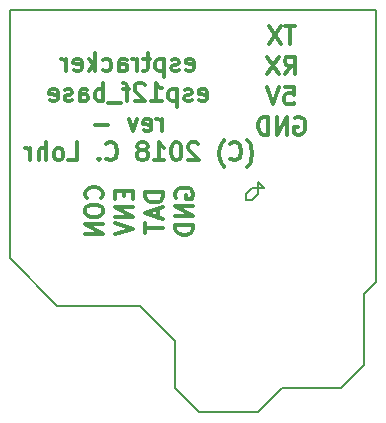
<source format=gbo>
G04 #@! TF.FileFunction,Legend,Bot*
%FSLAX46Y46*%
G04 Gerber Fmt 4.6, Leading zero omitted, Abs format (unit mm)*
G04 Created by KiCad (PCBNEW 4.0.7-e2-6376~58~ubuntu16.04.1) date Wed Apr 11 03:41:41 2018*
%MOMM*%
%LPD*%
G01*
G04 APERTURE LIST*
%ADD10C,0.100000*%
%ADD11C,0.300000*%
%ADD12C,0.150000*%
%ADD13C,0.200000*%
G04 APERTURE END LIST*
D10*
D11*
X97071428Y-47250000D02*
X97142856Y-47178571D01*
X97285713Y-46964286D01*
X97357142Y-46821429D01*
X97428571Y-46607143D01*
X97499999Y-46250000D01*
X97499999Y-45964286D01*
X97428571Y-45607143D01*
X97357142Y-45392857D01*
X97285713Y-45250000D01*
X97142856Y-45035714D01*
X97071428Y-44964286D01*
X95642856Y-46535714D02*
X95714285Y-46607143D01*
X95928571Y-46678571D01*
X96071428Y-46678571D01*
X96285713Y-46607143D01*
X96428571Y-46464286D01*
X96499999Y-46321429D01*
X96571428Y-46035714D01*
X96571428Y-45821429D01*
X96499999Y-45535714D01*
X96428571Y-45392857D01*
X96285713Y-45250000D01*
X96071428Y-45178571D01*
X95928571Y-45178571D01*
X95714285Y-45250000D01*
X95642856Y-45321429D01*
X95142856Y-47250000D02*
X95071428Y-47178571D01*
X94928571Y-46964286D01*
X94857142Y-46821429D01*
X94785713Y-46607143D01*
X94714285Y-46250000D01*
X94714285Y-45964286D01*
X94785713Y-45607143D01*
X94857142Y-45392857D01*
X94928571Y-45250000D01*
X95071428Y-45035714D01*
X95142856Y-44964286D01*
X92928571Y-45321429D02*
X92857142Y-45250000D01*
X92714285Y-45178571D01*
X92357142Y-45178571D01*
X92214285Y-45250000D01*
X92142856Y-45321429D01*
X92071428Y-45464286D01*
X92071428Y-45607143D01*
X92142856Y-45821429D01*
X92999999Y-46678571D01*
X92071428Y-46678571D01*
X91142857Y-45178571D02*
X91000000Y-45178571D01*
X90857143Y-45250000D01*
X90785714Y-45321429D01*
X90714285Y-45464286D01*
X90642857Y-45750000D01*
X90642857Y-46107143D01*
X90714285Y-46392857D01*
X90785714Y-46535714D01*
X90857143Y-46607143D01*
X91000000Y-46678571D01*
X91142857Y-46678571D01*
X91285714Y-46607143D01*
X91357143Y-46535714D01*
X91428571Y-46392857D01*
X91500000Y-46107143D01*
X91500000Y-45750000D01*
X91428571Y-45464286D01*
X91357143Y-45321429D01*
X91285714Y-45250000D01*
X91142857Y-45178571D01*
X89214286Y-46678571D02*
X90071429Y-46678571D01*
X89642857Y-46678571D02*
X89642857Y-45178571D01*
X89785714Y-45392857D01*
X89928572Y-45535714D01*
X90071429Y-45607143D01*
X88357143Y-45821429D02*
X88500001Y-45750000D01*
X88571429Y-45678571D01*
X88642858Y-45535714D01*
X88642858Y-45464286D01*
X88571429Y-45321429D01*
X88500001Y-45250000D01*
X88357143Y-45178571D01*
X88071429Y-45178571D01*
X87928572Y-45250000D01*
X87857143Y-45321429D01*
X87785715Y-45464286D01*
X87785715Y-45535714D01*
X87857143Y-45678571D01*
X87928572Y-45750000D01*
X88071429Y-45821429D01*
X88357143Y-45821429D01*
X88500001Y-45892857D01*
X88571429Y-45964286D01*
X88642858Y-46107143D01*
X88642858Y-46392857D01*
X88571429Y-46535714D01*
X88500001Y-46607143D01*
X88357143Y-46678571D01*
X88071429Y-46678571D01*
X87928572Y-46607143D01*
X87857143Y-46535714D01*
X87785715Y-46392857D01*
X87785715Y-46107143D01*
X87857143Y-45964286D01*
X87928572Y-45892857D01*
X88071429Y-45821429D01*
X85142858Y-46535714D02*
X85214287Y-46607143D01*
X85428573Y-46678571D01*
X85571430Y-46678571D01*
X85785715Y-46607143D01*
X85928573Y-46464286D01*
X86000001Y-46321429D01*
X86071430Y-46035714D01*
X86071430Y-45821429D01*
X86000001Y-45535714D01*
X85928573Y-45392857D01*
X85785715Y-45250000D01*
X85571430Y-45178571D01*
X85428573Y-45178571D01*
X85214287Y-45250000D01*
X85142858Y-45321429D01*
X84500001Y-46535714D02*
X84428573Y-46607143D01*
X84500001Y-46678571D01*
X84571430Y-46607143D01*
X84500001Y-46535714D01*
X84500001Y-46678571D01*
X81928572Y-46678571D02*
X82642858Y-46678571D01*
X82642858Y-45178571D01*
X81214286Y-46678571D02*
X81357144Y-46607143D01*
X81428572Y-46535714D01*
X81500001Y-46392857D01*
X81500001Y-45964286D01*
X81428572Y-45821429D01*
X81357144Y-45750000D01*
X81214286Y-45678571D01*
X81000001Y-45678571D01*
X80857144Y-45750000D01*
X80785715Y-45821429D01*
X80714286Y-45964286D01*
X80714286Y-46392857D01*
X80785715Y-46535714D01*
X80857144Y-46607143D01*
X81000001Y-46678571D01*
X81214286Y-46678571D01*
X80071429Y-46678571D02*
X80071429Y-45178571D01*
X79428572Y-46678571D02*
X79428572Y-45892857D01*
X79500001Y-45750000D01*
X79642858Y-45678571D01*
X79857143Y-45678571D01*
X80000001Y-45750000D01*
X80071429Y-45821429D01*
X78714286Y-46678571D02*
X78714286Y-45678571D01*
X78714286Y-45964286D02*
X78642858Y-45821429D01*
X78571429Y-45750000D01*
X78428572Y-45678571D01*
X78285715Y-45678571D01*
X84710714Y-49892857D02*
X84782143Y-49821428D01*
X84853571Y-49607142D01*
X84853571Y-49464285D01*
X84782143Y-49250000D01*
X84639286Y-49107142D01*
X84496429Y-49035714D01*
X84210714Y-48964285D01*
X83996429Y-48964285D01*
X83710714Y-49035714D01*
X83567857Y-49107142D01*
X83425000Y-49250000D01*
X83353571Y-49464285D01*
X83353571Y-49607142D01*
X83425000Y-49821428D01*
X83496429Y-49892857D01*
X83353571Y-50821428D02*
X83353571Y-51107142D01*
X83425000Y-51250000D01*
X83567857Y-51392857D01*
X83853571Y-51464285D01*
X84353571Y-51464285D01*
X84639286Y-51392857D01*
X84782143Y-51250000D01*
X84853571Y-51107142D01*
X84853571Y-50821428D01*
X84782143Y-50678571D01*
X84639286Y-50535714D01*
X84353571Y-50464285D01*
X83853571Y-50464285D01*
X83567857Y-50535714D01*
X83425000Y-50678571D01*
X83353571Y-50821428D01*
X84853571Y-52107143D02*
X83353571Y-52107143D01*
X84853571Y-52964286D01*
X83353571Y-52964286D01*
X86617857Y-49250000D02*
X86617857Y-49750000D01*
X87403571Y-49964286D02*
X87403571Y-49250000D01*
X85903571Y-49250000D01*
X85903571Y-49964286D01*
X87403571Y-50607143D02*
X85903571Y-50607143D01*
X87403571Y-51464286D01*
X85903571Y-51464286D01*
X85903571Y-51964286D02*
X87403571Y-52464286D01*
X85903571Y-52964286D01*
X89953571Y-49392858D02*
X88453571Y-49392858D01*
X88453571Y-49750001D01*
X88525000Y-49964286D01*
X88667857Y-50107144D01*
X88810714Y-50178572D01*
X89096429Y-50250001D01*
X89310714Y-50250001D01*
X89596429Y-50178572D01*
X89739286Y-50107144D01*
X89882143Y-49964286D01*
X89953571Y-49750001D01*
X89953571Y-49392858D01*
X89525000Y-50821429D02*
X89525000Y-51535715D01*
X89953571Y-50678572D02*
X88453571Y-51178572D01*
X89953571Y-51678572D01*
X88453571Y-51964286D02*
X88453571Y-52821429D01*
X89953571Y-52392858D02*
X88453571Y-52392858D01*
X91075000Y-49857143D02*
X91003571Y-49714286D01*
X91003571Y-49500000D01*
X91075000Y-49285715D01*
X91217857Y-49142857D01*
X91360714Y-49071429D01*
X91646429Y-49000000D01*
X91860714Y-49000000D01*
X92146429Y-49071429D01*
X92289286Y-49142857D01*
X92432143Y-49285715D01*
X92503571Y-49500000D01*
X92503571Y-49642857D01*
X92432143Y-49857143D01*
X92360714Y-49928572D01*
X91860714Y-49928572D01*
X91860714Y-49642857D01*
X92503571Y-50571429D02*
X91003571Y-50571429D01*
X92503571Y-51428572D01*
X91003571Y-51428572D01*
X92503571Y-52142858D02*
X91003571Y-52142858D01*
X91003571Y-52500001D01*
X91075000Y-52714286D01*
X91217857Y-52857144D01*
X91360714Y-52928572D01*
X91646429Y-53000001D01*
X91860714Y-53000001D01*
X92146429Y-52928572D01*
X92289286Y-52857144D01*
X92432143Y-52714286D01*
X92503571Y-52500001D01*
X92503571Y-52142858D01*
X101142857Y-35353571D02*
X100285714Y-35353571D01*
X100714285Y-36853571D02*
X100714285Y-35353571D01*
X99928571Y-35353571D02*
X98928571Y-36853571D01*
X98928571Y-35353571D02*
X99928571Y-36853571D01*
X100249999Y-39403571D02*
X100749999Y-38689286D01*
X101107142Y-39403571D02*
X101107142Y-37903571D01*
X100535714Y-37903571D01*
X100392856Y-37975000D01*
X100321428Y-38046429D01*
X100249999Y-38189286D01*
X100249999Y-38403571D01*
X100321428Y-38546429D01*
X100392856Y-38617857D01*
X100535714Y-38689286D01*
X101107142Y-38689286D01*
X99749999Y-37903571D02*
X98749999Y-39403571D01*
X98749999Y-37903571D02*
X99749999Y-39403571D01*
X100285713Y-40453571D02*
X100999999Y-40453571D01*
X101071428Y-41167857D01*
X100999999Y-41096429D01*
X100857142Y-41025000D01*
X100499999Y-41025000D01*
X100357142Y-41096429D01*
X100285713Y-41167857D01*
X100214285Y-41310714D01*
X100214285Y-41667857D01*
X100285713Y-41810714D01*
X100357142Y-41882143D01*
X100499999Y-41953571D01*
X100857142Y-41953571D01*
X100999999Y-41882143D01*
X101071428Y-41810714D01*
X99785714Y-40453571D02*
X99285714Y-41953571D01*
X98785714Y-40453571D01*
X101142857Y-43075000D02*
X101285714Y-43003571D01*
X101500000Y-43003571D01*
X101714285Y-43075000D01*
X101857143Y-43217857D01*
X101928571Y-43360714D01*
X102000000Y-43646429D01*
X102000000Y-43860714D01*
X101928571Y-44146429D01*
X101857143Y-44289286D01*
X101714285Y-44432143D01*
X101500000Y-44503571D01*
X101357143Y-44503571D01*
X101142857Y-44432143D01*
X101071428Y-44360714D01*
X101071428Y-43860714D01*
X101357143Y-43860714D01*
X100428571Y-44503571D02*
X100428571Y-43003571D01*
X99571428Y-44503571D01*
X99571428Y-43003571D01*
X98857142Y-44503571D02*
X98857142Y-43003571D01*
X98499999Y-43003571D01*
X98285714Y-43075000D01*
X98142856Y-43217857D01*
X98071428Y-43360714D01*
X97999999Y-43646429D01*
X97999999Y-43860714D01*
X98071428Y-44146429D01*
X98142856Y-44289286D01*
X98285714Y-44432143D01*
X98499999Y-44503571D01*
X98857142Y-44503571D01*
X91928571Y-39057143D02*
X92071428Y-39128571D01*
X92357142Y-39128571D01*
X92499999Y-39057143D01*
X92571428Y-38914286D01*
X92571428Y-38342857D01*
X92499999Y-38200000D01*
X92357142Y-38128571D01*
X92071428Y-38128571D01*
X91928571Y-38200000D01*
X91857142Y-38342857D01*
X91857142Y-38485714D01*
X92571428Y-38628571D01*
X91285714Y-39057143D02*
X91142857Y-39128571D01*
X90857142Y-39128571D01*
X90714285Y-39057143D01*
X90642857Y-38914286D01*
X90642857Y-38842857D01*
X90714285Y-38700000D01*
X90857142Y-38628571D01*
X91071428Y-38628571D01*
X91214285Y-38557143D01*
X91285714Y-38414286D01*
X91285714Y-38342857D01*
X91214285Y-38200000D01*
X91071428Y-38128571D01*
X90857142Y-38128571D01*
X90714285Y-38200000D01*
X89999999Y-38128571D02*
X89999999Y-39628571D01*
X89999999Y-38200000D02*
X89857142Y-38128571D01*
X89571428Y-38128571D01*
X89428571Y-38200000D01*
X89357142Y-38271429D01*
X89285713Y-38414286D01*
X89285713Y-38842857D01*
X89357142Y-38985714D01*
X89428571Y-39057143D01*
X89571428Y-39128571D01*
X89857142Y-39128571D01*
X89999999Y-39057143D01*
X88857142Y-38128571D02*
X88285713Y-38128571D01*
X88642856Y-37628571D02*
X88642856Y-38914286D01*
X88571428Y-39057143D01*
X88428570Y-39128571D01*
X88285713Y-39128571D01*
X87785713Y-39128571D02*
X87785713Y-38128571D01*
X87785713Y-38414286D02*
X87714285Y-38271429D01*
X87642856Y-38200000D01*
X87499999Y-38128571D01*
X87357142Y-38128571D01*
X86214285Y-39128571D02*
X86214285Y-38342857D01*
X86285714Y-38200000D01*
X86428571Y-38128571D01*
X86714285Y-38128571D01*
X86857142Y-38200000D01*
X86214285Y-39057143D02*
X86357142Y-39128571D01*
X86714285Y-39128571D01*
X86857142Y-39057143D01*
X86928571Y-38914286D01*
X86928571Y-38771429D01*
X86857142Y-38628571D01*
X86714285Y-38557143D01*
X86357142Y-38557143D01*
X86214285Y-38485714D01*
X84857142Y-39057143D02*
X84999999Y-39128571D01*
X85285713Y-39128571D01*
X85428571Y-39057143D01*
X85499999Y-38985714D01*
X85571428Y-38842857D01*
X85571428Y-38414286D01*
X85499999Y-38271429D01*
X85428571Y-38200000D01*
X85285713Y-38128571D01*
X84999999Y-38128571D01*
X84857142Y-38200000D01*
X84214285Y-39128571D02*
X84214285Y-37628571D01*
X84071428Y-38557143D02*
X83642857Y-39128571D01*
X83642857Y-38128571D02*
X84214285Y-38700000D01*
X82428571Y-39057143D02*
X82571428Y-39128571D01*
X82857142Y-39128571D01*
X82999999Y-39057143D01*
X83071428Y-38914286D01*
X83071428Y-38342857D01*
X82999999Y-38200000D01*
X82857142Y-38128571D01*
X82571428Y-38128571D01*
X82428571Y-38200000D01*
X82357142Y-38342857D01*
X82357142Y-38485714D01*
X83071428Y-38628571D01*
X81714285Y-39128571D02*
X81714285Y-38128571D01*
X81714285Y-38414286D02*
X81642857Y-38271429D01*
X81571428Y-38200000D01*
X81428571Y-38128571D01*
X81285714Y-38128571D01*
X93035714Y-41607143D02*
X93178571Y-41678571D01*
X93464285Y-41678571D01*
X93607142Y-41607143D01*
X93678571Y-41464286D01*
X93678571Y-40892857D01*
X93607142Y-40750000D01*
X93464285Y-40678571D01*
X93178571Y-40678571D01*
X93035714Y-40750000D01*
X92964285Y-40892857D01*
X92964285Y-41035714D01*
X93678571Y-41178571D01*
X92392857Y-41607143D02*
X92250000Y-41678571D01*
X91964285Y-41678571D01*
X91821428Y-41607143D01*
X91750000Y-41464286D01*
X91750000Y-41392857D01*
X91821428Y-41250000D01*
X91964285Y-41178571D01*
X92178571Y-41178571D01*
X92321428Y-41107143D01*
X92392857Y-40964286D01*
X92392857Y-40892857D01*
X92321428Y-40750000D01*
X92178571Y-40678571D01*
X91964285Y-40678571D01*
X91821428Y-40750000D01*
X91107142Y-40678571D02*
X91107142Y-42178571D01*
X91107142Y-40750000D02*
X90964285Y-40678571D01*
X90678571Y-40678571D01*
X90535714Y-40750000D01*
X90464285Y-40821429D01*
X90392856Y-40964286D01*
X90392856Y-41392857D01*
X90464285Y-41535714D01*
X90535714Y-41607143D01*
X90678571Y-41678571D01*
X90964285Y-41678571D01*
X91107142Y-41607143D01*
X88964285Y-41678571D02*
X89821428Y-41678571D01*
X89392856Y-41678571D02*
X89392856Y-40178571D01*
X89535713Y-40392857D01*
X89678571Y-40535714D01*
X89821428Y-40607143D01*
X88392857Y-40321429D02*
X88321428Y-40250000D01*
X88178571Y-40178571D01*
X87821428Y-40178571D01*
X87678571Y-40250000D01*
X87607142Y-40321429D01*
X87535714Y-40464286D01*
X87535714Y-40607143D01*
X87607142Y-40821429D01*
X88464285Y-41678571D01*
X87535714Y-41678571D01*
X87107143Y-40678571D02*
X86535714Y-40678571D01*
X86892857Y-41678571D02*
X86892857Y-40392857D01*
X86821429Y-40250000D01*
X86678571Y-40178571D01*
X86535714Y-40178571D01*
X86392857Y-41821429D02*
X85250000Y-41821429D01*
X84892857Y-41678571D02*
X84892857Y-40178571D01*
X84892857Y-40750000D02*
X84750000Y-40678571D01*
X84464286Y-40678571D01*
X84321429Y-40750000D01*
X84250000Y-40821429D01*
X84178571Y-40964286D01*
X84178571Y-41392857D01*
X84250000Y-41535714D01*
X84321429Y-41607143D01*
X84464286Y-41678571D01*
X84750000Y-41678571D01*
X84892857Y-41607143D01*
X82892857Y-41678571D02*
X82892857Y-40892857D01*
X82964286Y-40750000D01*
X83107143Y-40678571D01*
X83392857Y-40678571D01*
X83535714Y-40750000D01*
X82892857Y-41607143D02*
X83035714Y-41678571D01*
X83392857Y-41678571D01*
X83535714Y-41607143D01*
X83607143Y-41464286D01*
X83607143Y-41321429D01*
X83535714Y-41178571D01*
X83392857Y-41107143D01*
X83035714Y-41107143D01*
X82892857Y-41035714D01*
X82250000Y-41607143D02*
X82107143Y-41678571D01*
X81821428Y-41678571D01*
X81678571Y-41607143D01*
X81607143Y-41464286D01*
X81607143Y-41392857D01*
X81678571Y-41250000D01*
X81821428Y-41178571D01*
X82035714Y-41178571D01*
X82178571Y-41107143D01*
X82250000Y-40964286D01*
X82250000Y-40892857D01*
X82178571Y-40750000D01*
X82035714Y-40678571D01*
X81821428Y-40678571D01*
X81678571Y-40750000D01*
X80392857Y-41607143D02*
X80535714Y-41678571D01*
X80821428Y-41678571D01*
X80964285Y-41607143D01*
X81035714Y-41464286D01*
X81035714Y-40892857D01*
X80964285Y-40750000D01*
X80821428Y-40678571D01*
X80535714Y-40678571D01*
X80392857Y-40750000D01*
X80321428Y-40892857D01*
X80321428Y-41035714D01*
X81035714Y-41178571D01*
X89821428Y-44228571D02*
X89821428Y-43228571D01*
X89821428Y-43514286D02*
X89750000Y-43371429D01*
X89678571Y-43300000D01*
X89535714Y-43228571D01*
X89392857Y-43228571D01*
X88321429Y-44157143D02*
X88464286Y-44228571D01*
X88750000Y-44228571D01*
X88892857Y-44157143D01*
X88964286Y-44014286D01*
X88964286Y-43442857D01*
X88892857Y-43300000D01*
X88750000Y-43228571D01*
X88464286Y-43228571D01*
X88321429Y-43300000D01*
X88250000Y-43442857D01*
X88250000Y-43585714D01*
X88964286Y-43728571D01*
X87750000Y-43228571D02*
X87392857Y-44228571D01*
X87035715Y-43228571D01*
X85321429Y-43657143D02*
X84178572Y-43657143D01*
D12*
X77000000Y-55000000D02*
X77000000Y-34000000D01*
X81000000Y-59000000D02*
X77000000Y-55000000D01*
X88000000Y-59000000D02*
X81000000Y-59000000D01*
X91000000Y-62000000D02*
X88000000Y-59000000D01*
X91000000Y-66000000D02*
X91000000Y-62000000D01*
X93000000Y-68000000D02*
X91000000Y-66000000D01*
X98000000Y-68000000D02*
X93000000Y-68000000D01*
X100000000Y-66000000D02*
X98000000Y-68000000D01*
X105000000Y-66000000D02*
X100000000Y-66000000D01*
X107000000Y-64000000D02*
X105000000Y-66000000D01*
X107000000Y-58000000D02*
X107000000Y-64000000D01*
X108000000Y-57000000D02*
X107000000Y-58000000D01*
X108000000Y-52000000D02*
X108000000Y-57000000D01*
X108000000Y-34000000D02*
X108000000Y-52000000D01*
X77000000Y-34000000D02*
X108000000Y-34000000D01*
D13*
X97456000Y-48992000D02*
X98472000Y-48992000D01*
X96948000Y-49500000D02*
X97456000Y-48992000D01*
X96948000Y-50008000D02*
X96948000Y-49500000D01*
X97456000Y-50008000D02*
X96948000Y-50008000D01*
X97964000Y-49500000D02*
X97456000Y-50008000D01*
X97964000Y-48484000D02*
X97964000Y-49500000D01*
X98472000Y-48992000D02*
X97964000Y-48484000D01*
M02*

</source>
